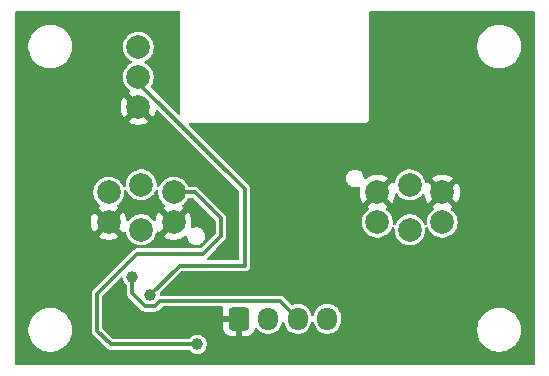
<source format=gbr>
%TF.GenerationSoftware,KiCad,Pcbnew,9.0.0*%
%TF.CreationDate,2025-04-22T12:40:57+02:00*%
%TF.ProjectId,carte-capteur-ir,63617274-652d-4636-9170-746575722d69,rev?*%
%TF.SameCoordinates,Original*%
%TF.FileFunction,Copper,L2,Bot*%
%TF.FilePolarity,Positive*%
%FSLAX46Y46*%
G04 Gerber Fmt 4.6, Leading zero omitted, Abs format (unit mm)*
G04 Created by KiCad (PCBNEW 9.0.0) date 2025-04-22 12:40:57*
%MOMM*%
%LPD*%
G01*
G04 APERTURE LIST*
G04 Aperture macros list*
%AMRoundRect*
0 Rectangle with rounded corners*
0 $1 Rounding radius*
0 $2 $3 $4 $5 $6 $7 $8 $9 X,Y pos of 4 corners*
0 Add a 4 corners polygon primitive as box body*
4,1,4,$2,$3,$4,$5,$6,$7,$8,$9,$2,$3,0*
0 Add four circle primitives for the rounded corners*
1,1,$1+$1,$2,$3*
1,1,$1+$1,$4,$5*
1,1,$1+$1,$6,$7*
1,1,$1+$1,$8,$9*
0 Add four rect primitives between the rounded corners*
20,1,$1+$1,$2,$3,$4,$5,0*
20,1,$1+$1,$4,$5,$6,$7,0*
20,1,$1+$1,$6,$7,$8,$9,0*
20,1,$1+$1,$8,$9,$2,$3,0*%
G04 Aperture macros list end*
%TA.AperFunction,ComponentPad*%
%ADD10RoundRect,0.250000X-0.600000X-0.725000X0.600000X-0.725000X0.600000X0.725000X-0.600000X0.725000X0*%
%TD*%
%TA.AperFunction,ComponentPad*%
%ADD11O,1.700000X1.950000*%
%TD*%
%TA.AperFunction,ComponentPad*%
%ADD12C,2.000000*%
%TD*%
%TA.AperFunction,ViaPad*%
%ADD13C,1.000000*%
%TD*%
%TA.AperFunction,Conductor*%
%ADD14C,0.300000*%
%TD*%
G04 APERTURE END LIST*
D10*
%TO.P,J1,1,VCC*%
%TO.N,GND*%
X221454426Y-99060575D03*
D11*
%TO.P,J1,3,TCRT5000_1*%
%TO.N,/OUT1*%
X226454426Y-99060575D03*
%TO.P,J1,2,GND*%
%TO.N,+5V*%
X223954426Y-99060575D03*
%TO.P,J1,4,TCRT5000_2*%
%TO.N,/OUT2*%
X228954426Y-99060575D03*
%TD*%
D12*
%TO.P,R9,1*%
%TO.N,GND*%
X212954426Y-81140575D03*
%TO.P,R9,2*%
%TO.N,/V_comp*%
X212954426Y-78600575D03*
%TO.P,R9,3*%
%TO.N,N/C*%
X212954426Y-76060575D03*
%TD*%
%TO.P,U2,2,E*%
%TO.N,GND*%
X233194427Y-88350575D03*
%TO.P,U2,4,C*%
X238694426Y-88350575D03*
%TO.P,U2,1,C*%
%TO.N,Net-(U1A-+)*%
X233194427Y-90890575D03*
%TO.P,U2,3,A*%
%TO.N,Net-(U2-A)*%
X238694426Y-90890575D03*
%TO.P,U2,5*%
%TO.N,N/C*%
X235944427Y-91520574D03*
%TO.P,U2,6*%
X235944427Y-87720576D03*
%TD*%
%TO.P,U3,2,E*%
%TO.N,GND*%
X215944427Y-90885776D03*
%TO.P,U3,4,C*%
X210444428Y-90885776D03*
%TO.P,U3,1,C*%
%TO.N,Net-(U1B-+)*%
X215944427Y-88345776D03*
%TO.P,U3,3,A*%
%TO.N,Net-(U3-A)*%
X210444428Y-88345776D03*
%TO.P,U3,5*%
%TO.N,N/C*%
X213194427Y-87715777D03*
%TO.P,U3,6*%
X213194427Y-91515775D03*
%TD*%
D13*
%TO.N,/OUT1*%
X212454426Y-95560575D03*
%TO.N,/V_comp*%
X213954426Y-97060575D03*
%TO.N,Net-(U1B-+)*%
X217954426Y-101236575D03*
%TD*%
D14*
%TO.N,/OUT1*%
X213560508Y-98011575D02*
X212454426Y-96905493D01*
X212454426Y-96905493D02*
X212454426Y-95560575D01*
X214799344Y-97560575D02*
X214348344Y-98011575D01*
X214348344Y-98011575D02*
X213560508Y-98011575D01*
X224954426Y-97560575D02*
X214799344Y-97560575D01*
X226454426Y-99060575D02*
X224954426Y-97560575D01*
%TO.N,Net-(U1B-+)*%
X217739627Y-88345776D02*
X215944427Y-88345776D01*
X219954426Y-90560575D02*
X217739627Y-88345776D01*
X219954426Y-92060575D02*
X219954426Y-90560575D01*
X212828038Y-93560575D02*
X218454426Y-93560575D01*
X209454426Y-96934187D02*
X212828038Y-93560575D01*
X210630426Y-101236575D02*
X209454426Y-100060575D01*
X209454426Y-100060575D02*
X209454426Y-96934187D01*
X217954426Y-101236575D02*
X210630426Y-101236575D01*
X218454426Y-93560575D02*
X219954426Y-92060575D01*
%TO.N,/V_comp*%
X212954426Y-79060575D02*
X212954426Y-78600575D01*
X221954426Y-88060575D02*
X212954426Y-79060575D01*
X221954426Y-94560575D02*
X221954426Y-88060575D01*
X216454426Y-94560575D02*
X221954426Y-94560575D01*
X213954426Y-97060575D02*
X216454426Y-94560575D01*
%TD*%
%TA.AperFunction,Conductor*%
%TO.N,GND*%
G36*
X238294426Y-88403236D02*
G01*
X238321685Y-88504969D01*
X238374346Y-88596181D01*
X238448820Y-88670655D01*
X238540032Y-88723316D01*
X238641765Y-88750575D01*
X238647980Y-88750575D01*
X237825319Y-89573233D01*
X237908261Y-89633494D01*
X237912407Y-89636035D01*
X237911586Y-89637374D01*
X237957354Y-89680594D01*
X237974154Y-89748414D01*
X237951620Y-89814551D01*
X237923153Y-89843430D01*
X237847208Y-89898607D01*
X237702454Y-90043361D01*
X237582141Y-90208961D01*
X237489207Y-90391351D01*
X237425948Y-90586040D01*
X237393926Y-90788223D01*
X237393926Y-90990264D01*
X237374241Y-91057303D01*
X237321437Y-91103058D01*
X237252279Y-91113002D01*
X237188723Y-91083977D01*
X237151996Y-91028584D01*
X237149647Y-91021355D01*
X237056714Y-90838964D01*
X237048983Y-90828323D01*
X236936398Y-90673360D01*
X236791640Y-90528602D01*
X236626040Y-90408289D01*
X236626039Y-90408288D01*
X236626037Y-90408287D01*
X236569080Y-90379265D01*
X236443650Y-90315355D01*
X236248961Y-90252096D01*
X236074422Y-90224452D01*
X236046779Y-90220074D01*
X235842075Y-90220074D01*
X235817756Y-90223925D01*
X235639892Y-90252096D01*
X235445203Y-90315355D01*
X235262813Y-90408289D01*
X235097213Y-90528602D01*
X234952455Y-90673360D01*
X234832142Y-90838960D01*
X234739208Y-91021351D01*
X234739207Y-91021355D01*
X234736859Y-91028583D01*
X234736858Y-91028586D01*
X234697419Y-91086261D01*
X234633061Y-91113459D01*
X234564214Y-91101544D01*
X234512739Y-91054299D01*
X234494927Y-90990267D01*
X234494927Y-90788223D01*
X234462904Y-90586040D01*
X234405148Y-90408287D01*
X234399647Y-90391356D01*
X234399645Y-90391353D01*
X234399645Y-90391351D01*
X234344925Y-90283959D01*
X234306714Y-90208965D01*
X234298983Y-90198324D01*
X234186398Y-90043361D01*
X234041644Y-89898607D01*
X234041639Y-89898603D01*
X233965700Y-89843430D01*
X233923034Y-89788100D01*
X233917055Y-89718487D01*
X233949661Y-89656692D01*
X233976819Y-89636666D01*
X233976436Y-89636040D01*
X233980596Y-89633489D01*
X234063531Y-89573233D01*
X234063532Y-89573233D01*
X233240873Y-88750575D01*
X233247088Y-88750575D01*
X233348821Y-88723316D01*
X233440033Y-88670655D01*
X233514507Y-88596181D01*
X233567168Y-88504969D01*
X233594427Y-88403236D01*
X233594427Y-88397022D01*
X234417085Y-89219680D01*
X234417085Y-89219679D01*
X234477341Y-89136744D01*
X234477345Y-89136738D01*
X234584529Y-88926377D01*
X234657492Y-88701822D01*
X234680884Y-88554134D01*
X234710813Y-88491000D01*
X234770124Y-88454068D01*
X234839987Y-88455066D01*
X234898220Y-88493676D01*
X234903676Y-88500647D01*
X234952461Y-88567795D01*
X235097213Y-88712547D01*
X235235732Y-88813185D01*
X235262817Y-88832863D01*
X235379034Y-88892079D01*
X235445203Y-88925794D01*
X235445205Y-88925794D01*
X235445208Y-88925796D01*
X235549564Y-88959703D01*
X235639892Y-88989053D01*
X235740984Y-89005064D01*
X235842075Y-89021076D01*
X235842076Y-89021076D01*
X236046778Y-89021076D01*
X236046779Y-89021076D01*
X236248961Y-88989053D01*
X236443646Y-88925796D01*
X236626037Y-88832863D01*
X236776817Y-88723316D01*
X236791640Y-88712547D01*
X236791642Y-88712544D01*
X236791646Y-88712542D01*
X236936393Y-88567795D01*
X236946318Y-88554135D01*
X236985177Y-88500649D01*
X237040507Y-88457982D01*
X237110120Y-88452002D01*
X237171915Y-88484608D01*
X237206273Y-88545446D01*
X237207969Y-88554135D01*
X237231360Y-88701822D01*
X237304323Y-88926377D01*
X237411513Y-89136749D01*
X237471764Y-89219679D01*
X237471766Y-89219680D01*
X238294426Y-88397020D01*
X238294426Y-88403236D01*
G37*
%TD.AperFunction*%
%TA.AperFunction,Conductor*%
G36*
X216442539Y-73020185D02*
G01*
X216488294Y-73072989D01*
X216499500Y-73124500D01*
X216499500Y-81669184D01*
X216479815Y-81736223D01*
X216427011Y-81781978D01*
X216357853Y-81791922D01*
X216294297Y-81762897D01*
X216287819Y-81756865D01*
X214034893Y-79503939D01*
X214001408Y-79442616D01*
X214006392Y-79372924D01*
X214022252Y-79343379D01*
X214066713Y-79282185D01*
X214159646Y-79099794D01*
X214222903Y-78905109D01*
X214254926Y-78702927D01*
X214254926Y-78498223D01*
X214222903Y-78296041D01*
X214159646Y-78101356D01*
X214159644Y-78101353D01*
X214159644Y-78101351D01*
X214125929Y-78035182D01*
X214066713Y-77918965D01*
X214016971Y-77850500D01*
X213946397Y-77753361D01*
X213801639Y-77608603D01*
X213636040Y-77488290D01*
X213629432Y-77484923D01*
X213543343Y-77441058D01*
X213492549Y-77393086D01*
X213475754Y-77325265D01*
X213498291Y-77259130D01*
X213543343Y-77220091D01*
X213636036Y-77172862D01*
X213657196Y-77157488D01*
X213801639Y-77052546D01*
X213801641Y-77052543D01*
X213801645Y-77052541D01*
X213946392Y-76907794D01*
X213946394Y-76907790D01*
X213946397Y-76907788D01*
X214010022Y-76820214D01*
X214066713Y-76742185D01*
X214159646Y-76559794D01*
X214222903Y-76365109D01*
X214254926Y-76162927D01*
X214254926Y-75958223D01*
X214222903Y-75756040D01*
X214159644Y-75561351D01*
X214125929Y-75495182D01*
X214066713Y-75378965D01*
X214058982Y-75368324D01*
X213946397Y-75213361D01*
X213801639Y-75068603D01*
X213636039Y-74948290D01*
X213636038Y-74948289D01*
X213636036Y-74948288D01*
X213579079Y-74919266D01*
X213453649Y-74855356D01*
X213258960Y-74792097D01*
X213084421Y-74764453D01*
X213056778Y-74760075D01*
X212852074Y-74760075D01*
X212827755Y-74763926D01*
X212649891Y-74792097D01*
X212455202Y-74855356D01*
X212272812Y-74948290D01*
X212107212Y-75068603D01*
X211962454Y-75213361D01*
X211842141Y-75378961D01*
X211749207Y-75561351D01*
X211685948Y-75756040D01*
X211653926Y-75958223D01*
X211653926Y-76162926D01*
X211685948Y-76365109D01*
X211749207Y-76559798D01*
X211842141Y-76742188D01*
X211962454Y-76907788D01*
X212107212Y-77052546D01*
X212262175Y-77165131D01*
X212272816Y-77172862D01*
X212364266Y-77219458D01*
X212365506Y-77220090D01*
X212416302Y-77268065D01*
X212433097Y-77335886D01*
X212410560Y-77402021D01*
X212365506Y-77441060D01*
X212272812Y-77488290D01*
X212107212Y-77608603D01*
X211962454Y-77753361D01*
X211842141Y-77918961D01*
X211749207Y-78101351D01*
X211685948Y-78296040D01*
X211653926Y-78498223D01*
X211653926Y-78702926D01*
X211685948Y-78905109D01*
X211749207Y-79099798D01*
X211842141Y-79282188D01*
X211962454Y-79447788D01*
X211962460Y-79447794D01*
X212107207Y-79592541D01*
X212183153Y-79647719D01*
X212225819Y-79703048D01*
X212231798Y-79772661D01*
X212199193Y-79834457D01*
X212172031Y-79854490D01*
X212172413Y-79855112D01*
X212168261Y-79857656D01*
X212085320Y-79917915D01*
X212907980Y-80740575D01*
X212901765Y-80740575D01*
X212800032Y-80767834D01*
X212708820Y-80820495D01*
X212634346Y-80894969D01*
X212581685Y-80986181D01*
X212554426Y-81087914D01*
X212554426Y-81094129D01*
X211731766Y-80271469D01*
X211671510Y-80354405D01*
X211564323Y-80564772D01*
X211491360Y-80789327D01*
X211454426Y-81022522D01*
X211454426Y-81258627D01*
X211491360Y-81491822D01*
X211564323Y-81716377D01*
X211671513Y-81926749D01*
X211731764Y-82009679D01*
X211731766Y-82009680D01*
X212554426Y-81187020D01*
X212554426Y-81193236D01*
X212581685Y-81294969D01*
X212634346Y-81386181D01*
X212708820Y-81460655D01*
X212800032Y-81513316D01*
X212901765Y-81540575D01*
X212907980Y-81540575D01*
X212085319Y-82363233D01*
X212168254Y-82423489D01*
X212378623Y-82530677D01*
X212603178Y-82603640D01*
X212603177Y-82603640D01*
X212836374Y-82640575D01*
X213072478Y-82640575D01*
X213305673Y-82603640D01*
X213530228Y-82530677D01*
X213740589Y-82423493D01*
X213740595Y-82423489D01*
X213823530Y-82363233D01*
X213823531Y-82363233D01*
X213000872Y-81540575D01*
X213007087Y-81540575D01*
X213108820Y-81513316D01*
X213200032Y-81460655D01*
X213274506Y-81386181D01*
X213327167Y-81294969D01*
X213354426Y-81193236D01*
X213354426Y-81187021D01*
X214177084Y-82009680D01*
X214177084Y-82009679D01*
X214237340Y-81926744D01*
X214237344Y-81926738D01*
X214344528Y-81716377D01*
X214417489Y-81491828D01*
X214424688Y-81446379D01*
X214454617Y-81383244D01*
X214513929Y-81346312D01*
X214583791Y-81347310D01*
X214634843Y-81378095D01*
X221467607Y-88210859D01*
X221501092Y-88272182D01*
X221503926Y-88298540D01*
X221503926Y-93986075D01*
X221484241Y-94053114D01*
X221431437Y-94098869D01*
X221379926Y-94110075D01*
X218841391Y-94110075D01*
X218774352Y-94090390D01*
X218728597Y-94037586D01*
X218718653Y-93968428D01*
X218747678Y-93904872D01*
X218753710Y-93898394D01*
X219517817Y-93134287D01*
X220314915Y-92337189D01*
X220374224Y-92234462D01*
X220374225Y-92234461D01*
X220404926Y-92119884D01*
X220404926Y-90501266D01*
X220374225Y-90386689D01*
X220374225Y-90386688D01*
X220374225Y-90386687D01*
X220314918Y-90283964D01*
X220314914Y-90283959D01*
X218016243Y-87985289D01*
X218016241Y-87985287D01*
X217913514Y-87925977D01*
X217877678Y-87916375D01*
X217877675Y-87916374D01*
X217844396Y-87907457D01*
X217798936Y-87895276D01*
X217798935Y-87895276D01*
X217250458Y-87895276D01*
X217183419Y-87875591D01*
X217139973Y-87827571D01*
X217117754Y-87783964D01*
X217056714Y-87664166D01*
X217056712Y-87664163D01*
X217056711Y-87664161D01*
X216936398Y-87498562D01*
X216791640Y-87353804D01*
X216626040Y-87233491D01*
X216626039Y-87233490D01*
X216626037Y-87233489D01*
X216559638Y-87199657D01*
X216443650Y-87140557D01*
X216248961Y-87077298D01*
X216074422Y-87049654D01*
X216046779Y-87045276D01*
X215842075Y-87045276D01*
X215817756Y-87049127D01*
X215639892Y-87077298D01*
X215445203Y-87140557D01*
X215262813Y-87233491D01*
X215097213Y-87353804D01*
X214952455Y-87498562D01*
X214832142Y-87664162D01*
X214739208Y-87846553D01*
X214739207Y-87846557D01*
X214736859Y-87853785D01*
X214736858Y-87853788D01*
X214697419Y-87911463D01*
X214633061Y-87938661D01*
X214564214Y-87926746D01*
X214512739Y-87879501D01*
X214494927Y-87815469D01*
X214494927Y-87613425D01*
X214462904Y-87411242D01*
X214401206Y-87221357D01*
X214399647Y-87216558D01*
X214399645Y-87216555D01*
X214399645Y-87216553D01*
X214341878Y-87103181D01*
X214306714Y-87034167D01*
X214253172Y-86960472D01*
X214186398Y-86868563D01*
X214041640Y-86723805D01*
X213876040Y-86603492D01*
X213876039Y-86603491D01*
X213876037Y-86603490D01*
X213819080Y-86574468D01*
X213693650Y-86510558D01*
X213498961Y-86447299D01*
X213324422Y-86419655D01*
X213296779Y-86415277D01*
X213092075Y-86415277D01*
X213067756Y-86419128D01*
X212889892Y-86447299D01*
X212695203Y-86510558D01*
X212512813Y-86603492D01*
X212347213Y-86723805D01*
X212202455Y-86868563D01*
X212082142Y-87034163D01*
X211989208Y-87216553D01*
X211925949Y-87411242D01*
X211893927Y-87613425D01*
X211893927Y-87815466D01*
X211874242Y-87882505D01*
X211821438Y-87928260D01*
X211752280Y-87938204D01*
X211688724Y-87909179D01*
X211651997Y-87853786D01*
X211649648Y-87846557D01*
X211556715Y-87664166D01*
X211543512Y-87645994D01*
X211436399Y-87498562D01*
X211291641Y-87353804D01*
X211126041Y-87233491D01*
X211126040Y-87233490D01*
X211126038Y-87233489D01*
X211059639Y-87199657D01*
X210943651Y-87140557D01*
X210748962Y-87077298D01*
X210574423Y-87049654D01*
X210546780Y-87045276D01*
X210342076Y-87045276D01*
X210317757Y-87049127D01*
X210139893Y-87077298D01*
X209945204Y-87140557D01*
X209762814Y-87233491D01*
X209597214Y-87353804D01*
X209452456Y-87498562D01*
X209332143Y-87664162D01*
X209239209Y-87846552D01*
X209175950Y-88041241D01*
X209143928Y-88243424D01*
X209143928Y-88448127D01*
X209175950Y-88650310D01*
X209239209Y-88844999D01*
X209332143Y-89027389D01*
X209452456Y-89192989D01*
X209452462Y-89192995D01*
X209597209Y-89337742D01*
X209673155Y-89392920D01*
X209715821Y-89448249D01*
X209721800Y-89517862D01*
X209689195Y-89579658D01*
X209662033Y-89599691D01*
X209662415Y-89600313D01*
X209658263Y-89602857D01*
X209575322Y-89663116D01*
X210397982Y-90485776D01*
X210391767Y-90485776D01*
X210290034Y-90513035D01*
X210198822Y-90565696D01*
X210124348Y-90640170D01*
X210071687Y-90731382D01*
X210044428Y-90833115D01*
X210044428Y-90839329D01*
X209221768Y-90016670D01*
X209161512Y-90099606D01*
X209054325Y-90309973D01*
X208981362Y-90534528D01*
X208944428Y-90767723D01*
X208944428Y-91003828D01*
X208981362Y-91237023D01*
X209054325Y-91461578D01*
X209161515Y-91671950D01*
X209221766Y-91754880D01*
X209221768Y-91754881D01*
X210044428Y-90932221D01*
X210044428Y-90938437D01*
X210071687Y-91040170D01*
X210124348Y-91131382D01*
X210198822Y-91205856D01*
X210290034Y-91258517D01*
X210391767Y-91285776D01*
X210397982Y-91285776D01*
X209575321Y-92108434D01*
X209658256Y-92168690D01*
X209868625Y-92275878D01*
X210093180Y-92348841D01*
X210093179Y-92348841D01*
X210326376Y-92385776D01*
X210562480Y-92385776D01*
X210795675Y-92348841D01*
X211020230Y-92275878D01*
X211230591Y-92168694D01*
X211230597Y-92168690D01*
X211313532Y-92108434D01*
X211313533Y-92108434D01*
X210490874Y-91285776D01*
X210497089Y-91285776D01*
X210598822Y-91258517D01*
X210690034Y-91205856D01*
X210764508Y-91131382D01*
X210817169Y-91040170D01*
X210844428Y-90938437D01*
X210844428Y-90932222D01*
X211667085Y-91754880D01*
X211695148Y-91716256D01*
X211750478Y-91673590D01*
X211820091Y-91667611D01*
X211881887Y-91700216D01*
X211916244Y-91761055D01*
X211917940Y-91769741D01*
X211925950Y-91820311D01*
X211989208Y-92014998D01*
X212082142Y-92197388D01*
X212202455Y-92362988D01*
X212347213Y-92507746D01*
X212502176Y-92620331D01*
X212512817Y-92628062D01*
X212629034Y-92687278D01*
X212695203Y-92720993D01*
X212695205Y-92720993D01*
X212695208Y-92720995D01*
X212799564Y-92754902D01*
X212889892Y-92784252D01*
X212920192Y-92789051D01*
X213092075Y-92816275D01*
X213092076Y-92816275D01*
X213296778Y-92816275D01*
X213296779Y-92816275D01*
X213498961Y-92784252D01*
X213693646Y-92720995D01*
X213876037Y-92628062D01*
X213995600Y-92541195D01*
X214041640Y-92507746D01*
X214041642Y-92507743D01*
X214041646Y-92507741D01*
X214186393Y-92362994D01*
X214186395Y-92362990D01*
X214186398Y-92362988D01*
X214244279Y-92283320D01*
X214306714Y-92197385D01*
X214399647Y-92014994D01*
X214462904Y-91820309D01*
X214470913Y-91769739D01*
X214500840Y-91706610D01*
X214560151Y-91669678D01*
X214630013Y-91670674D01*
X214688246Y-91709283D01*
X214693703Y-91716256D01*
X214721765Y-91754880D01*
X214721767Y-91754881D01*
X215544427Y-90932221D01*
X215544427Y-90938437D01*
X215571686Y-91040170D01*
X215624347Y-91131382D01*
X215698821Y-91205856D01*
X215790033Y-91258517D01*
X215891766Y-91285776D01*
X215897980Y-91285776D01*
X215075320Y-92108434D01*
X215158255Y-92168690D01*
X215368624Y-92275878D01*
X215593179Y-92348841D01*
X215593178Y-92348841D01*
X215826375Y-92385776D01*
X216062479Y-92385776D01*
X216295674Y-92348841D01*
X216520229Y-92275878D01*
X216730598Y-92168690D01*
X216901742Y-92044347D01*
X216967549Y-92020867D01*
X217035603Y-92036692D01*
X217084298Y-92086798D01*
X217095834Y-92133386D01*
X217098031Y-92133170D01*
X217098628Y-92139235D01*
X217127286Y-92283310D01*
X217127289Y-92283320D01*
X217183506Y-92419042D01*
X217183511Y-92419051D01*
X217265126Y-92541195D01*
X217265129Y-92541199D01*
X217369004Y-92645074D01*
X217369008Y-92645077D01*
X217491152Y-92726692D01*
X217491158Y-92726695D01*
X217491159Y-92726696D01*
X217626886Y-92782916D01*
X217770968Y-92811575D01*
X217770972Y-92811576D01*
X217770973Y-92811576D01*
X217917884Y-92811576D01*
X217917885Y-92811575D01*
X218061970Y-92782916D01*
X218197697Y-92726696D01*
X218319848Y-92645077D01*
X218423729Y-92541196D01*
X218505348Y-92419045D01*
X218561568Y-92283318D01*
X218590228Y-92139231D01*
X218590228Y-91992321D01*
X218561568Y-91848234D01*
X218505348Y-91712507D01*
X218505347Y-91712506D01*
X218505344Y-91712500D01*
X218423729Y-91590356D01*
X218423726Y-91590352D01*
X218319851Y-91486477D01*
X218319847Y-91486474D01*
X218197703Y-91404859D01*
X218197694Y-91404854D01*
X218081791Y-91356846D01*
X218061970Y-91348636D01*
X218061966Y-91348635D01*
X218061962Y-91348634D01*
X217917887Y-91319976D01*
X217917883Y-91319976D01*
X217770973Y-91319976D01*
X217770968Y-91319976D01*
X217626893Y-91348634D01*
X217626883Y-91348637D01*
X217577731Y-91368996D01*
X217508261Y-91376463D01*
X217445783Y-91345188D01*
X217410131Y-91285098D01*
X217407807Y-91235036D01*
X217444427Y-91003828D01*
X217444427Y-90767723D01*
X217407492Y-90534528D01*
X217334529Y-90309973D01*
X217227341Y-90099604D01*
X217167085Y-90016670D01*
X217167085Y-90016669D01*
X216344427Y-90839329D01*
X216344427Y-90833115D01*
X216317168Y-90731382D01*
X216264507Y-90640170D01*
X216190033Y-90565696D01*
X216098821Y-90513035D01*
X215997088Y-90485776D01*
X215990874Y-90485776D01*
X216813532Y-89663116D01*
X216813531Y-89663114D01*
X216730597Y-89602860D01*
X216726446Y-89600316D01*
X216727266Y-89598976D01*
X216681498Y-89555756D01*
X216664697Y-89487936D01*
X216687230Y-89421800D01*
X216715698Y-89392920D01*
X216791646Y-89337742D01*
X216936393Y-89192995D01*
X216936395Y-89192991D01*
X216936398Y-89192989D01*
X217056711Y-89027390D01*
X217056712Y-89027389D01*
X217056714Y-89027386D01*
X217139973Y-88863980D01*
X217187948Y-88813185D01*
X217250458Y-88796276D01*
X217501662Y-88796276D01*
X217568701Y-88815961D01*
X217589343Y-88832595D01*
X219467607Y-90710859D01*
X219501092Y-90772182D01*
X219503926Y-90798540D01*
X219503926Y-91822610D01*
X219484241Y-91889649D01*
X219467607Y-91910291D01*
X218304142Y-93073756D01*
X218242819Y-93107241D01*
X218216461Y-93110075D01*
X212768729Y-93110075D01*
X212678363Y-93134288D01*
X212678362Y-93134287D01*
X212654153Y-93140775D01*
X212654144Y-93140779D01*
X212551430Y-93200080D01*
X212551422Y-93200086D01*
X209093939Y-96657570D01*
X209093935Y-96657576D01*
X209034627Y-96760299D01*
X209034626Y-96760304D01*
X209009677Y-96853415D01*
X209003926Y-96874878D01*
X209003926Y-100119884D01*
X209017240Y-100169571D01*
X209034627Y-100234462D01*
X209093937Y-100337189D01*
X210353812Y-101597064D01*
X210456539Y-101656374D01*
X210480747Y-101662859D01*
X210480750Y-101662861D01*
X210480751Y-101662861D01*
X210510873Y-101670932D01*
X210571117Y-101687075D01*
X217226408Y-101687075D01*
X217293447Y-101706760D01*
X217329512Y-101742187D01*
X217332637Y-101746865D01*
X217444133Y-101858361D01*
X217444137Y-101858364D01*
X217575240Y-101945965D01*
X217575253Y-101945972D01*
X217720924Y-102006310D01*
X217720929Y-102006312D01*
X217875579Y-102037074D01*
X217875582Y-102037075D01*
X217875584Y-102037075D01*
X218033270Y-102037075D01*
X218033271Y-102037074D01*
X218187923Y-102006312D01*
X218333605Y-101945969D01*
X218464715Y-101858364D01*
X218576215Y-101746864D01*
X218663820Y-101615754D01*
X218724163Y-101470072D01*
X218754926Y-101315417D01*
X218754926Y-101157733D01*
X218754926Y-101157730D01*
X218754925Y-101157728D01*
X218729576Y-101030293D01*
X218724163Y-101003078D01*
X218724161Y-101003073D01*
X218663823Y-100857402D01*
X218663816Y-100857389D01*
X218576215Y-100726286D01*
X218576212Y-100726282D01*
X218464718Y-100614788D01*
X218464714Y-100614785D01*
X218333611Y-100527184D01*
X218333598Y-100527177D01*
X218187927Y-100466839D01*
X218187915Y-100466836D01*
X218033271Y-100436075D01*
X218033268Y-100436075D01*
X217875584Y-100436075D01*
X217875581Y-100436075D01*
X217720936Y-100466836D01*
X217720924Y-100466839D01*
X217575253Y-100527177D01*
X217575240Y-100527184D01*
X217444137Y-100614785D01*
X217444133Y-100614788D01*
X217332637Y-100726284D01*
X217329512Y-100730963D01*
X217275901Y-100775769D01*
X217226408Y-100786075D01*
X210868391Y-100786075D01*
X210801352Y-100766390D01*
X210780710Y-100749756D01*
X209941245Y-99910291D01*
X209907760Y-99848968D01*
X209904926Y-99822610D01*
X209904926Y-97172152D01*
X209924611Y-97105113D01*
X209941245Y-97084471D01*
X210674539Y-96351177D01*
X211445485Y-95580230D01*
X211506806Y-95546747D01*
X211576498Y-95551731D01*
X211632431Y-95593603D01*
X211654781Y-95643721D01*
X211684687Y-95794066D01*
X211684690Y-95794076D01*
X211745028Y-95939747D01*
X211745035Y-95939760D01*
X211832636Y-96070863D01*
X211832639Y-96070867D01*
X211944132Y-96182360D01*
X211944135Y-96182362D01*
X211944137Y-96182364D01*
X211948812Y-96185488D01*
X211993619Y-96239096D01*
X212003926Y-96288592D01*
X212003926Y-96964802D01*
X212008463Y-96981733D01*
X212034627Y-97079380D01*
X212093937Y-97182107D01*
X213283894Y-98372064D01*
X213386621Y-98431374D01*
X213410829Y-98437859D01*
X213410832Y-98437861D01*
X213410833Y-98437861D01*
X213440955Y-98445932D01*
X213501199Y-98462075D01*
X213501201Y-98462075D01*
X214407652Y-98462075D01*
X214407653Y-98462075D01*
X214498017Y-98437861D01*
X214522231Y-98431374D01*
X214624958Y-98372064D01*
X214949628Y-98047394D01*
X215010951Y-98013909D01*
X215037309Y-98011075D01*
X220000130Y-98011075D01*
X220067169Y-98030760D01*
X220112924Y-98083564D01*
X220122868Y-98152722D01*
X220117837Y-98174076D01*
X220114921Y-98182875D01*
X220114919Y-98182884D01*
X220104426Y-98285588D01*
X220104426Y-98810575D01*
X221050280Y-98810575D01*
X221011796Y-98877232D01*
X220979426Y-98998040D01*
X220979426Y-99123110D01*
X221011796Y-99243918D01*
X221050280Y-99310575D01*
X220104427Y-99310575D01*
X220104427Y-99835561D01*
X220114920Y-99938272D01*
X220170067Y-100104694D01*
X220170069Y-100104699D01*
X220262110Y-100253920D01*
X220386080Y-100377890D01*
X220535301Y-100469931D01*
X220535306Y-100469933D01*
X220701728Y-100525080D01*
X220701735Y-100525081D01*
X220804445Y-100535574D01*
X221204425Y-100535574D01*
X221204426Y-100535573D01*
X221204426Y-99464720D01*
X221271083Y-99503205D01*
X221391891Y-99535575D01*
X221516961Y-99535575D01*
X221637769Y-99503205D01*
X221704426Y-99464720D01*
X221704426Y-100535574D01*
X222104398Y-100535574D01*
X222104412Y-100535573D01*
X222207123Y-100525080D01*
X222373545Y-100469933D01*
X222373550Y-100469931D01*
X222522771Y-100377890D01*
X222646741Y-100253920D01*
X222738782Y-100104699D01*
X222738784Y-100104694D01*
X222793931Y-99938272D01*
X222793932Y-99938264D01*
X222796125Y-99916806D01*
X222822521Y-99852114D01*
X222879702Y-99811963D01*
X222949513Y-99809099D01*
X223009789Y-99844433D01*
X223019802Y-99856524D01*
X223076869Y-99935072D01*
X223204926Y-100063129D01*
X223204931Y-100063133D01*
X223332713Y-100155971D01*
X223351432Y-100169571D01*
X223456910Y-100223315D01*
X223512786Y-100251786D01*
X223512789Y-100251787D01*
X223598902Y-100279766D01*
X223685017Y-100307746D01*
X223767855Y-100320866D01*
X223863875Y-100336075D01*
X223863880Y-100336075D01*
X224044977Y-100336075D01*
X224131685Y-100322340D01*
X224223835Y-100307746D01*
X224396065Y-100251786D01*
X224557420Y-100169571D01*
X224703927Y-100063128D01*
X224831979Y-99935076D01*
X224938422Y-99788569D01*
X225020637Y-99627214D01*
X225076597Y-99454984D01*
X225081953Y-99421169D01*
X225111882Y-99358034D01*
X225171194Y-99321103D01*
X225241056Y-99322101D01*
X225299289Y-99360711D01*
X225326899Y-99421169D01*
X225332255Y-99454985D01*
X225388213Y-99627211D01*
X225388214Y-99627214D01*
X225470432Y-99788572D01*
X225576867Y-99935069D01*
X225576871Y-99935074D01*
X225704926Y-100063129D01*
X225704931Y-100063133D01*
X225832713Y-100155971D01*
X225851432Y-100169571D01*
X225956910Y-100223315D01*
X226012786Y-100251786D01*
X226012789Y-100251787D01*
X226098902Y-100279766D01*
X226185017Y-100307746D01*
X226267855Y-100320866D01*
X226363875Y-100336075D01*
X226363880Y-100336075D01*
X226544977Y-100336075D01*
X226631685Y-100322340D01*
X226723835Y-100307746D01*
X226896065Y-100251786D01*
X227057420Y-100169571D01*
X227203927Y-100063128D01*
X227331979Y-99935076D01*
X227438422Y-99788569D01*
X227520637Y-99627214D01*
X227576597Y-99454984D01*
X227581953Y-99421169D01*
X227611882Y-99358034D01*
X227671194Y-99321103D01*
X227741056Y-99322101D01*
X227799289Y-99360711D01*
X227826899Y-99421169D01*
X227832255Y-99454985D01*
X227888213Y-99627211D01*
X227888214Y-99627214D01*
X227970432Y-99788572D01*
X228076867Y-99935069D01*
X228076871Y-99935074D01*
X228204926Y-100063129D01*
X228204931Y-100063133D01*
X228332713Y-100155971D01*
X228351432Y-100169571D01*
X228456910Y-100223315D01*
X228512786Y-100251786D01*
X228512789Y-100251787D01*
X228598902Y-100279766D01*
X228685017Y-100307746D01*
X228767855Y-100320866D01*
X228863875Y-100336075D01*
X228863880Y-100336075D01*
X229044977Y-100336075D01*
X229131685Y-100322340D01*
X229223835Y-100307746D01*
X229396065Y-100251786D01*
X229557420Y-100169571D01*
X229703927Y-100063128D01*
X229831979Y-99935076D01*
X229831981Y-99935072D01*
X229831984Y-99935070D01*
X229872931Y-99878711D01*
X241649500Y-99878711D01*
X241649500Y-100121288D01*
X241681161Y-100361785D01*
X241743947Y-100596104D01*
X241799808Y-100730963D01*
X241836776Y-100820212D01*
X241958064Y-101030289D01*
X241958066Y-101030292D01*
X241958067Y-101030293D01*
X242105733Y-101222736D01*
X242105739Y-101222743D01*
X242277256Y-101394260D01*
X242277262Y-101394265D01*
X242469711Y-101541936D01*
X242679788Y-101663224D01*
X242903900Y-101756054D01*
X243138211Y-101818838D01*
X243318586Y-101842584D01*
X243378711Y-101850500D01*
X243378712Y-101850500D01*
X243621289Y-101850500D01*
X243669388Y-101844167D01*
X243861789Y-101818838D01*
X244096100Y-101756054D01*
X244320212Y-101663224D01*
X244530289Y-101541936D01*
X244722738Y-101394265D01*
X244894265Y-101222738D01*
X245041936Y-101030289D01*
X245163224Y-100820212D01*
X245256054Y-100596100D01*
X245318838Y-100361789D01*
X245350500Y-100121288D01*
X245350500Y-99878712D01*
X245318838Y-99638211D01*
X245256054Y-99403900D01*
X245163224Y-99179788D01*
X245041936Y-98969711D01*
X244894265Y-98777262D01*
X244894260Y-98777256D01*
X244722743Y-98605739D01*
X244722736Y-98605733D01*
X244530293Y-98458067D01*
X244530292Y-98458066D01*
X244530289Y-98458064D01*
X244320212Y-98336776D01*
X244320205Y-98336773D01*
X244096104Y-98243947D01*
X243880124Y-98186075D01*
X243861789Y-98181162D01*
X243861788Y-98181161D01*
X243861785Y-98181161D01*
X243621289Y-98149500D01*
X243621288Y-98149500D01*
X243378712Y-98149500D01*
X243378711Y-98149500D01*
X243138214Y-98181161D01*
X242903895Y-98243947D01*
X242679794Y-98336773D01*
X242679785Y-98336777D01*
X242469706Y-98458067D01*
X242277263Y-98605733D01*
X242277256Y-98605739D01*
X242105739Y-98777256D01*
X242105733Y-98777263D01*
X241958067Y-98969706D01*
X241836777Y-99179785D01*
X241836773Y-99179794D01*
X241743947Y-99403895D01*
X241681161Y-99638214D01*
X241649500Y-99878711D01*
X229872931Y-99878711D01*
X229928833Y-99801768D01*
X229928833Y-99801767D01*
X229938422Y-99788569D01*
X230020637Y-99627214D01*
X230076597Y-99454984D01*
X230097802Y-99321103D01*
X230104926Y-99276126D01*
X230104926Y-98845023D01*
X230088445Y-98740972D01*
X230076597Y-98666166D01*
X230020637Y-98493936D01*
X230020637Y-98493935D01*
X229958540Y-98372065D01*
X229938422Y-98332581D01*
X229874026Y-98243947D01*
X229831984Y-98186080D01*
X229831980Y-98186075D01*
X229703925Y-98058020D01*
X229703920Y-98058016D01*
X229557423Y-97951581D01*
X229557422Y-97951580D01*
X229557420Y-97951579D01*
X229505726Y-97925239D01*
X229396065Y-97869363D01*
X229396062Y-97869362D01*
X229223836Y-97813404D01*
X229044977Y-97785075D01*
X229044972Y-97785075D01*
X228863880Y-97785075D01*
X228863875Y-97785075D01*
X228685015Y-97813404D01*
X228512789Y-97869362D01*
X228512786Y-97869363D01*
X228351428Y-97951581D01*
X228204931Y-98058016D01*
X228204926Y-98058020D01*
X228076871Y-98186075D01*
X228076867Y-98186080D01*
X227970432Y-98332577D01*
X227888214Y-98493935D01*
X227888213Y-98493938D01*
X227832255Y-98666164D01*
X227826899Y-98699981D01*
X227796969Y-98763115D01*
X227737658Y-98800046D01*
X227667795Y-98799048D01*
X227609563Y-98760438D01*
X227581953Y-98699981D01*
X227578864Y-98680480D01*
X227576597Y-98666166D01*
X227520637Y-98493936D01*
X227520637Y-98493935D01*
X227458540Y-98372065D01*
X227438422Y-98332581D01*
X227374026Y-98243947D01*
X227331984Y-98186080D01*
X227331980Y-98186075D01*
X227203925Y-98058020D01*
X227203920Y-98058016D01*
X227057423Y-97951581D01*
X227057422Y-97951580D01*
X227057420Y-97951579D01*
X227005726Y-97925239D01*
X226896065Y-97869363D01*
X226896062Y-97869362D01*
X226723836Y-97813404D01*
X226544977Y-97785075D01*
X226544972Y-97785075D01*
X226363880Y-97785075D01*
X226363875Y-97785075D01*
X226185015Y-97813404D01*
X226012781Y-97869365D01*
X226009798Y-97870601D01*
X226008574Y-97870732D01*
X226008154Y-97870869D01*
X226008125Y-97870780D01*
X225940329Y-97878065D01*
X225877851Y-97846787D01*
X225874672Y-97843718D01*
X225231042Y-97200088D01*
X225231040Y-97200086D01*
X225179676Y-97170431D01*
X225128314Y-97140776D01*
X225116206Y-97137532D01*
X225104099Y-97134288D01*
X225104096Y-97134287D01*
X225053724Y-97120790D01*
X225013735Y-97110075D01*
X225013734Y-97110075D01*
X214878926Y-97110075D01*
X214876402Y-97109334D01*
X214873851Y-97109971D01*
X214843065Y-97099545D01*
X214811887Y-97090390D01*
X214810165Y-97088403D01*
X214807673Y-97087559D01*
X214787404Y-97062135D01*
X214766132Y-97037586D01*
X214765253Y-97034351D01*
X214764118Y-97032927D01*
X214762167Y-97022985D01*
X214755569Y-96998684D01*
X214754926Y-96992393D01*
X214754926Y-96981733D01*
X214752684Y-96970465D01*
X214752088Y-96964628D01*
X214757443Y-96935809D01*
X214760055Y-96906620D01*
X214763980Y-96900630D01*
X214764853Y-96895934D01*
X214772118Y-96888211D01*
X214787762Y-96864340D01*
X216604710Y-95047394D01*
X216666033Y-95013909D01*
X216692391Y-95011075D01*
X222013732Y-95011075D01*
X222013735Y-95011075D01*
X222128312Y-94980374D01*
X222231039Y-94921064D01*
X222314915Y-94837188D01*
X222374225Y-94734461D01*
X222404926Y-94619884D01*
X222404926Y-88001266D01*
X222388028Y-87938204D01*
X222380712Y-87910900D01*
X222380712Y-87910899D01*
X222374500Y-87887716D01*
X222374225Y-87886688D01*
X222314915Y-87783961D01*
X221628069Y-87097115D01*
X230548626Y-87097115D01*
X230548626Y-87244034D01*
X230577284Y-87388109D01*
X230577287Y-87388119D01*
X230633504Y-87523841D01*
X230633509Y-87523850D01*
X230715124Y-87645994D01*
X230715127Y-87645998D01*
X230819002Y-87749873D01*
X230819006Y-87749876D01*
X230941150Y-87831491D01*
X230941156Y-87831494D01*
X230941157Y-87831495D01*
X231076884Y-87887715D01*
X231193441Y-87910899D01*
X231220966Y-87916374D01*
X231220970Y-87916375D01*
X231220971Y-87916375D01*
X231367882Y-87916375D01*
X231367883Y-87916374D01*
X231511968Y-87887715D01*
X231561121Y-87867354D01*
X231630589Y-87859886D01*
X231693068Y-87891161D01*
X231728721Y-87951249D01*
X231731046Y-88001313D01*
X231694427Y-88232521D01*
X231694427Y-88468627D01*
X231731361Y-88701822D01*
X231804324Y-88926377D01*
X231911514Y-89136749D01*
X231971765Y-89219679D01*
X231971767Y-89219680D01*
X232794427Y-88397020D01*
X232794427Y-88403236D01*
X232821686Y-88504969D01*
X232874347Y-88596181D01*
X232948821Y-88670655D01*
X233040033Y-88723316D01*
X233141766Y-88750575D01*
X233147981Y-88750575D01*
X232325320Y-89573233D01*
X232408262Y-89633494D01*
X232412408Y-89636035D01*
X232411587Y-89637374D01*
X232457355Y-89680594D01*
X232474155Y-89748414D01*
X232451621Y-89814551D01*
X232423154Y-89843430D01*
X232347209Y-89898607D01*
X232202455Y-90043361D01*
X232082142Y-90208961D01*
X231989208Y-90391351D01*
X231925949Y-90586040D01*
X231893927Y-90788223D01*
X231893927Y-90992926D01*
X231925949Y-91195109D01*
X231989208Y-91389798D01*
X232082142Y-91572188D01*
X232202455Y-91737788D01*
X232347213Y-91882546D01*
X232498302Y-91992316D01*
X232512817Y-92002862D01*
X232594236Y-92044347D01*
X232695203Y-92095793D01*
X232695205Y-92095793D01*
X232695208Y-92095795D01*
X232799564Y-92129702D01*
X232889892Y-92159052D01*
X232950744Y-92168690D01*
X233092075Y-92191075D01*
X233092076Y-92191075D01*
X233296778Y-92191075D01*
X233296779Y-92191075D01*
X233498961Y-92159052D01*
X233693646Y-92095795D01*
X233876037Y-92002862D01*
X233969017Y-91935307D01*
X234041640Y-91882546D01*
X234041642Y-91882543D01*
X234041646Y-91882541D01*
X234186393Y-91737794D01*
X234186395Y-91737790D01*
X234186398Y-91737788D01*
X234239159Y-91665165D01*
X234306714Y-91572185D01*
X234399647Y-91389794D01*
X234401997Y-91382560D01*
X234441432Y-91324888D01*
X234505790Y-91297689D01*
X234574637Y-91309603D01*
X234626113Y-91356846D01*
X234643927Y-91420881D01*
X234643927Y-91622925D01*
X234675949Y-91825108D01*
X234739208Y-92019797D01*
X234797086Y-92133386D01*
X234829696Y-92197388D01*
X234832142Y-92202187D01*
X234952455Y-92367787D01*
X235097213Y-92512545D01*
X235252176Y-92625130D01*
X235262817Y-92632861D01*
X235379034Y-92692077D01*
X235445203Y-92725792D01*
X235445205Y-92725792D01*
X235445208Y-92725794D01*
X235549564Y-92759701D01*
X235639892Y-92789051D01*
X235740984Y-92805062D01*
X235842075Y-92821074D01*
X235842076Y-92821074D01*
X236046778Y-92821074D01*
X236046779Y-92821074D01*
X236248961Y-92789051D01*
X236443646Y-92725794D01*
X236626037Y-92632861D01*
X236752204Y-92541196D01*
X236791640Y-92512545D01*
X236791642Y-92512542D01*
X236791646Y-92512540D01*
X236936393Y-92367793D01*
X236936395Y-92367789D01*
X236936398Y-92367787D01*
X236997773Y-92283310D01*
X237056714Y-92202184D01*
X237149647Y-92019793D01*
X237212904Y-91825108D01*
X237244927Y-91622926D01*
X237244927Y-91420884D01*
X237264612Y-91353845D01*
X237317416Y-91308090D01*
X237386574Y-91298146D01*
X237450130Y-91327171D01*
X237486857Y-91382565D01*
X237489206Y-91389794D01*
X237489207Y-91389797D01*
X237489208Y-91389798D01*
X237582141Y-91572188D01*
X237702454Y-91737788D01*
X237847212Y-91882546D01*
X237998301Y-91992316D01*
X238012816Y-92002862D01*
X238094235Y-92044347D01*
X238195202Y-92095793D01*
X238195204Y-92095793D01*
X238195207Y-92095795D01*
X238299563Y-92129702D01*
X238389891Y-92159052D01*
X238450743Y-92168690D01*
X238592074Y-92191075D01*
X238592075Y-92191075D01*
X238796777Y-92191075D01*
X238796778Y-92191075D01*
X238998960Y-92159052D01*
X239193645Y-92095795D01*
X239376036Y-92002862D01*
X239469016Y-91935307D01*
X239541639Y-91882546D01*
X239541641Y-91882543D01*
X239541645Y-91882541D01*
X239686392Y-91737794D01*
X239686394Y-91737790D01*
X239686397Y-91737788D01*
X239739158Y-91665165D01*
X239806713Y-91572185D01*
X239899646Y-91389794D01*
X239962903Y-91195109D01*
X239994926Y-90992927D01*
X239994926Y-90788223D01*
X239975973Y-90668559D01*
X239962903Y-90586040D01*
X239905147Y-90408287D01*
X239899646Y-90391356D01*
X239899644Y-90391353D01*
X239899644Y-90391351D01*
X239844924Y-90283959D01*
X239806713Y-90208965D01*
X239798982Y-90198324D01*
X239686397Y-90043361D01*
X239541643Y-89898607D01*
X239541638Y-89898603D01*
X239465699Y-89843430D01*
X239423033Y-89788100D01*
X239417054Y-89718487D01*
X239449660Y-89656692D01*
X239476818Y-89636666D01*
X239476435Y-89636040D01*
X239480595Y-89633489D01*
X239563530Y-89573233D01*
X239563531Y-89573233D01*
X238740872Y-88750575D01*
X238747087Y-88750575D01*
X238848820Y-88723316D01*
X238940032Y-88670655D01*
X239014506Y-88596181D01*
X239067167Y-88504969D01*
X239094426Y-88403236D01*
X239094426Y-88397021D01*
X239917084Y-89219680D01*
X239917084Y-89219679D01*
X239977340Y-89136744D01*
X239977344Y-89136738D01*
X240084528Y-88926377D01*
X240157491Y-88701822D01*
X240194426Y-88468627D01*
X240194426Y-88232522D01*
X240157491Y-87999327D01*
X240084528Y-87774772D01*
X239977340Y-87564403D01*
X239917084Y-87481469D01*
X239917084Y-87481468D01*
X239094426Y-88304127D01*
X239094426Y-88297914D01*
X239067167Y-88196181D01*
X239014506Y-88104969D01*
X238940032Y-88030495D01*
X238848820Y-87977834D01*
X238747087Y-87950575D01*
X238740873Y-87950575D01*
X239563531Y-87127915D01*
X239563530Y-87127913D01*
X239480600Y-87067662D01*
X239270228Y-86960472D01*
X239045673Y-86887509D01*
X239045674Y-86887509D01*
X238812478Y-86850575D01*
X238576374Y-86850575D01*
X238343178Y-86887509D01*
X238118623Y-86960472D01*
X237908256Y-87067659D01*
X237825320Y-87127915D01*
X238647980Y-87950575D01*
X238641765Y-87950575D01*
X238540032Y-87977834D01*
X238448820Y-88030495D01*
X238374346Y-88104969D01*
X238321685Y-88196181D01*
X238294426Y-88297914D01*
X238294426Y-88304129D01*
X237471766Y-87481469D01*
X237471765Y-87481469D01*
X237443703Y-87520094D01*
X237388373Y-87562759D01*
X237318759Y-87568738D01*
X237256964Y-87536132D01*
X237222607Y-87475293D01*
X237220918Y-87466641D01*
X237212904Y-87416042D01*
X237149647Y-87221357D01*
X237149645Y-87221354D01*
X237149645Y-87221352D01*
X237089433Y-87103181D01*
X237056714Y-87038966D01*
X237048983Y-87028325D01*
X236936398Y-86873362D01*
X236791640Y-86728604D01*
X236626040Y-86608291D01*
X236626039Y-86608290D01*
X236626037Y-86608289D01*
X236569080Y-86579267D01*
X236443650Y-86515357D01*
X236248961Y-86452098D01*
X236074422Y-86424454D01*
X236046779Y-86420076D01*
X235842075Y-86420076D01*
X235817756Y-86423927D01*
X235639892Y-86452098D01*
X235445203Y-86515357D01*
X235262813Y-86608291D01*
X235097213Y-86728604D01*
X234952455Y-86873362D01*
X234832142Y-87038962D01*
X234739208Y-87221352D01*
X234675950Y-87416039D01*
X234667940Y-87466609D01*
X234638009Y-87529743D01*
X234578697Y-87566674D01*
X234508834Y-87565674D01*
X234450602Y-87527063D01*
X234445149Y-87520094D01*
X234417086Y-87481469D01*
X234417085Y-87481468D01*
X233594427Y-88304127D01*
X233594427Y-88297914D01*
X233567168Y-88196181D01*
X233514507Y-88104969D01*
X233440033Y-88030495D01*
X233348821Y-87977834D01*
X233247088Y-87950575D01*
X233240873Y-87950575D01*
X234063532Y-87127915D01*
X234063531Y-87127913D01*
X233980601Y-87067662D01*
X233770229Y-86960472D01*
X233545674Y-86887509D01*
X233545675Y-86887509D01*
X233312479Y-86850575D01*
X233076375Y-86850575D01*
X232843179Y-86887509D01*
X232618624Y-86960472D01*
X232408252Y-87067662D01*
X232237111Y-87192003D01*
X232171305Y-87215483D01*
X232103251Y-87199657D01*
X232054556Y-87149552D01*
X232043019Y-87102964D01*
X232040823Y-87103181D01*
X232040226Y-87097125D01*
X232040226Y-87097120D01*
X232011566Y-86953033D01*
X231955346Y-86817306D01*
X231955345Y-86817305D01*
X231955342Y-86817299D01*
X231873727Y-86695155D01*
X231873724Y-86695151D01*
X231769849Y-86591276D01*
X231769845Y-86591273D01*
X231647701Y-86509658D01*
X231647692Y-86509653D01*
X231511970Y-86453436D01*
X231511971Y-86453436D01*
X231511968Y-86453435D01*
X231511964Y-86453434D01*
X231511960Y-86453433D01*
X231367885Y-86424775D01*
X231367881Y-86424775D01*
X231220971Y-86424775D01*
X231220966Y-86424775D01*
X231076891Y-86453433D01*
X231076881Y-86453436D01*
X230941159Y-86509653D01*
X230941150Y-86509658D01*
X230819006Y-86591273D01*
X230819002Y-86591276D01*
X230715127Y-86695151D01*
X230715124Y-86695155D01*
X230633509Y-86817299D01*
X230633504Y-86817308D01*
X230577287Y-86953030D01*
X230577284Y-86953040D01*
X230548626Y-87097115D01*
X221628069Y-87097115D01*
X217243135Y-82712181D01*
X217209650Y-82650858D01*
X217214634Y-82581166D01*
X217256506Y-82525233D01*
X217321970Y-82500816D01*
X217330816Y-82500500D01*
X232065890Y-82500500D01*
X232065892Y-82500500D01*
X232193186Y-82466392D01*
X232307314Y-82400500D01*
X232400500Y-82307314D01*
X232466392Y-82193186D01*
X232500500Y-82065892D01*
X232500500Y-75878711D01*
X241649500Y-75878711D01*
X241649500Y-76121288D01*
X241681161Y-76361785D01*
X241743947Y-76596104D01*
X241804456Y-76742185D01*
X241836776Y-76820212D01*
X241958064Y-77030289D01*
X241958066Y-77030292D01*
X241958067Y-77030293D01*
X242105733Y-77222736D01*
X242105739Y-77222743D01*
X242277256Y-77394260D01*
X242277263Y-77394266D01*
X242390321Y-77481018D01*
X242469711Y-77541936D01*
X242679788Y-77663224D01*
X242875269Y-77744195D01*
X242897398Y-77753361D01*
X242903900Y-77756054D01*
X243138211Y-77818838D01*
X243318586Y-77842584D01*
X243378711Y-77850500D01*
X243378712Y-77850500D01*
X243621289Y-77850500D01*
X243669388Y-77844167D01*
X243861789Y-77818838D01*
X244096100Y-77756054D01*
X244320212Y-77663224D01*
X244530289Y-77541936D01*
X244722738Y-77394265D01*
X244894265Y-77222738D01*
X245041936Y-77030289D01*
X245163224Y-76820212D01*
X245256054Y-76596100D01*
X245318838Y-76361789D01*
X245350500Y-76121288D01*
X245350500Y-75878712D01*
X245318838Y-75638211D01*
X245256054Y-75403900D01*
X245163224Y-75179788D01*
X245041936Y-74969711D01*
X244894265Y-74777262D01*
X244894260Y-74777256D01*
X244722743Y-74605739D01*
X244722736Y-74605733D01*
X244530293Y-74458067D01*
X244530292Y-74458066D01*
X244530289Y-74458064D01*
X244320212Y-74336776D01*
X244320205Y-74336773D01*
X244096104Y-74243947D01*
X243861785Y-74181161D01*
X243621289Y-74149500D01*
X243621288Y-74149500D01*
X243378712Y-74149500D01*
X243378711Y-74149500D01*
X243138214Y-74181161D01*
X242903895Y-74243947D01*
X242679794Y-74336773D01*
X242679785Y-74336777D01*
X242469706Y-74458067D01*
X242277263Y-74605733D01*
X242277256Y-74605739D01*
X242105739Y-74777256D01*
X242105733Y-74777263D01*
X241958067Y-74969706D01*
X241836777Y-75179785D01*
X241836773Y-75179794D01*
X241743947Y-75403895D01*
X241681161Y-75638214D01*
X241649500Y-75878711D01*
X232500500Y-75878711D01*
X232500500Y-73124500D01*
X232520185Y-73057461D01*
X232572989Y-73011706D01*
X232624500Y-73000500D01*
X246375500Y-73000500D01*
X246442539Y-73020185D01*
X246488294Y-73072989D01*
X246499500Y-73124500D01*
X246499500Y-102875500D01*
X246479815Y-102942539D01*
X246427011Y-102988294D01*
X246375500Y-102999500D01*
X202624500Y-102999500D01*
X202557461Y-102979815D01*
X202511706Y-102927011D01*
X202500500Y-102875500D01*
X202500500Y-99878711D01*
X203649500Y-99878711D01*
X203649500Y-100121288D01*
X203681161Y-100361785D01*
X203743947Y-100596104D01*
X203799808Y-100730963D01*
X203836776Y-100820212D01*
X203958064Y-101030289D01*
X203958066Y-101030292D01*
X203958067Y-101030293D01*
X204105733Y-101222736D01*
X204105739Y-101222743D01*
X204277256Y-101394260D01*
X204277262Y-101394265D01*
X204469711Y-101541936D01*
X204679788Y-101663224D01*
X204903900Y-101756054D01*
X205138211Y-101818838D01*
X205318586Y-101842584D01*
X205378711Y-101850500D01*
X205378712Y-101850500D01*
X205621289Y-101850500D01*
X205669388Y-101844167D01*
X205861789Y-101818838D01*
X206096100Y-101756054D01*
X206320212Y-101663224D01*
X206530289Y-101541936D01*
X206722738Y-101394265D01*
X206894265Y-101222738D01*
X207041936Y-101030289D01*
X207163224Y-100820212D01*
X207256054Y-100596100D01*
X207318838Y-100361789D01*
X207350500Y-100121288D01*
X207350500Y-99878712D01*
X207318838Y-99638211D01*
X207256054Y-99403900D01*
X207163224Y-99179788D01*
X207041936Y-98969711D01*
X206894265Y-98777262D01*
X206894260Y-98777256D01*
X206722743Y-98605739D01*
X206722736Y-98605733D01*
X206530293Y-98458067D01*
X206530292Y-98458066D01*
X206530289Y-98458064D01*
X206320212Y-98336776D01*
X206320205Y-98336773D01*
X206096104Y-98243947D01*
X205880124Y-98186075D01*
X205861789Y-98181162D01*
X205861788Y-98181161D01*
X205861785Y-98181161D01*
X205621289Y-98149500D01*
X205621288Y-98149500D01*
X205378712Y-98149500D01*
X205378711Y-98149500D01*
X205138214Y-98181161D01*
X204903895Y-98243947D01*
X204679794Y-98336773D01*
X204679785Y-98336777D01*
X204469706Y-98458067D01*
X204277263Y-98605733D01*
X204277256Y-98605739D01*
X204105739Y-98777256D01*
X204105733Y-98777263D01*
X203958067Y-98969706D01*
X203836777Y-99179785D01*
X203836773Y-99179794D01*
X203743947Y-99403895D01*
X203681161Y-99638214D01*
X203649500Y-99878711D01*
X202500500Y-99878711D01*
X202500500Y-75878711D01*
X203649500Y-75878711D01*
X203649500Y-76121288D01*
X203681161Y-76361785D01*
X203743947Y-76596104D01*
X203804456Y-76742185D01*
X203836776Y-76820212D01*
X203958064Y-77030289D01*
X203958066Y-77030292D01*
X203958067Y-77030293D01*
X204105733Y-77222736D01*
X204105739Y-77222743D01*
X204277256Y-77394260D01*
X204277263Y-77394266D01*
X204390321Y-77481018D01*
X204469711Y-77541936D01*
X204679788Y-77663224D01*
X204875269Y-77744195D01*
X204897398Y-77753361D01*
X204903900Y-77756054D01*
X205138211Y-77818838D01*
X205318586Y-77842584D01*
X205378711Y-77850500D01*
X205378712Y-77850500D01*
X205621289Y-77850500D01*
X205669388Y-77844167D01*
X205861789Y-77818838D01*
X206096100Y-77756054D01*
X206320212Y-77663224D01*
X206530289Y-77541936D01*
X206722738Y-77394265D01*
X206894265Y-77222738D01*
X207041936Y-77030289D01*
X207163224Y-76820212D01*
X207256054Y-76596100D01*
X207318838Y-76361789D01*
X207350500Y-76121288D01*
X207350500Y-75878712D01*
X207318838Y-75638211D01*
X207256054Y-75403900D01*
X207163224Y-75179788D01*
X207041936Y-74969711D01*
X206894265Y-74777262D01*
X206894260Y-74777256D01*
X206722743Y-74605739D01*
X206722736Y-74605733D01*
X206530293Y-74458067D01*
X206530292Y-74458066D01*
X206530289Y-74458064D01*
X206320212Y-74336776D01*
X206320205Y-74336773D01*
X206096104Y-74243947D01*
X205861785Y-74181161D01*
X205621289Y-74149500D01*
X205621288Y-74149500D01*
X205378712Y-74149500D01*
X205378711Y-74149500D01*
X205138214Y-74181161D01*
X204903895Y-74243947D01*
X204679794Y-74336773D01*
X204679785Y-74336777D01*
X204469706Y-74458067D01*
X204277263Y-74605733D01*
X204277256Y-74605739D01*
X204105739Y-74777256D01*
X204105733Y-74777263D01*
X203958067Y-74969706D01*
X203836777Y-75179785D01*
X203836773Y-75179794D01*
X203743947Y-75403895D01*
X203681161Y-75638214D01*
X203649500Y-75878711D01*
X202500500Y-75878711D01*
X202500500Y-73124500D01*
X202520185Y-73057461D01*
X202572989Y-73011706D01*
X202624500Y-73000500D01*
X216375500Y-73000500D01*
X216442539Y-73020185D01*
G37*
%TD.AperFunction*%
%TA.AperFunction,Conductor*%
G36*
X214574637Y-88134805D02*
G01*
X214626113Y-88182048D01*
X214643927Y-88246083D01*
X214643927Y-88448127D01*
X214675949Y-88650310D01*
X214739208Y-88844999D01*
X214832142Y-89027389D01*
X214952455Y-89192989D01*
X214952461Y-89192995D01*
X215097208Y-89337742D01*
X215173154Y-89392920D01*
X215215820Y-89448249D01*
X215221799Y-89517862D01*
X215189194Y-89579658D01*
X215162032Y-89599691D01*
X215162414Y-89600313D01*
X215158262Y-89602857D01*
X215075321Y-89663116D01*
X215897981Y-90485776D01*
X215891766Y-90485776D01*
X215790033Y-90513035D01*
X215698821Y-90565696D01*
X215624347Y-90640170D01*
X215571686Y-90731382D01*
X215544427Y-90833115D01*
X215544427Y-90839329D01*
X214721767Y-90016670D01*
X214661511Y-90099606D01*
X214554324Y-90309973D01*
X214481361Y-90534527D01*
X214457969Y-90682217D01*
X214428039Y-90745351D01*
X214368728Y-90782282D01*
X214298865Y-90781284D01*
X214240633Y-90742674D01*
X214235177Y-90735702D01*
X214186396Y-90668559D01*
X214041640Y-90523803D01*
X213876040Y-90403490D01*
X213876039Y-90403489D01*
X213876037Y-90403488D01*
X213819080Y-90374466D01*
X213693650Y-90310556D01*
X213498961Y-90247297D01*
X213324422Y-90219653D01*
X213296779Y-90215275D01*
X213092075Y-90215275D01*
X213067756Y-90219126D01*
X212889892Y-90247297D01*
X212695203Y-90310556D01*
X212512813Y-90403490D01*
X212347213Y-90523803D01*
X212202459Y-90668557D01*
X212153675Y-90735703D01*
X212098345Y-90778368D01*
X212028731Y-90784347D01*
X211966936Y-90751741D01*
X211932579Y-90690902D01*
X211930884Y-90682214D01*
X211907494Y-90534529D01*
X211907493Y-90534528D01*
X211834530Y-90309973D01*
X211727342Y-90099604D01*
X211667086Y-90016670D01*
X211667086Y-90016669D01*
X210844428Y-90839328D01*
X210844428Y-90833115D01*
X210817169Y-90731382D01*
X210764508Y-90640170D01*
X210690034Y-90565696D01*
X210598822Y-90513035D01*
X210497089Y-90485776D01*
X210490875Y-90485776D01*
X211313533Y-89663116D01*
X211313532Y-89663114D01*
X211230598Y-89602860D01*
X211226447Y-89600316D01*
X211227267Y-89598976D01*
X211181499Y-89555756D01*
X211164698Y-89487936D01*
X211187231Y-89421800D01*
X211215699Y-89392920D01*
X211291647Y-89337742D01*
X211436394Y-89192995D01*
X211436396Y-89192991D01*
X211436399Y-89192989D01*
X211489160Y-89120366D01*
X211556715Y-89027386D01*
X211649648Y-88844995D01*
X211712905Y-88650310D01*
X211744928Y-88448128D01*
X211744928Y-88246086D01*
X211764613Y-88179047D01*
X211817417Y-88133292D01*
X211886575Y-88123348D01*
X211950131Y-88152373D01*
X211986858Y-88207767D01*
X211989207Y-88214996D01*
X211989208Y-88214999D01*
X211989209Y-88215000D01*
X212082142Y-88397390D01*
X212202455Y-88562990D01*
X212347213Y-88707748D01*
X212502176Y-88820333D01*
X212512817Y-88828064D01*
X212629034Y-88887280D01*
X212695203Y-88920995D01*
X212695205Y-88920995D01*
X212695208Y-88920997D01*
X212799564Y-88954904D01*
X212889892Y-88984254D01*
X212920192Y-88989053D01*
X213092075Y-89016277D01*
X213092076Y-89016277D01*
X213296778Y-89016277D01*
X213296779Y-89016277D01*
X213498961Y-88984254D01*
X213693646Y-88920997D01*
X213876037Y-88828064D01*
X213982692Y-88750575D01*
X214041640Y-88707748D01*
X214041642Y-88707745D01*
X214041646Y-88707743D01*
X214186393Y-88562996D01*
X214186395Y-88562992D01*
X214186398Y-88562990D01*
X214243345Y-88484608D01*
X214306714Y-88397387D01*
X214399647Y-88214996D01*
X214401997Y-88207762D01*
X214441432Y-88150090D01*
X214505790Y-88122891D01*
X214574637Y-88134805D01*
G37*
%TD.AperFunction*%
%TD*%
M02*

</source>
